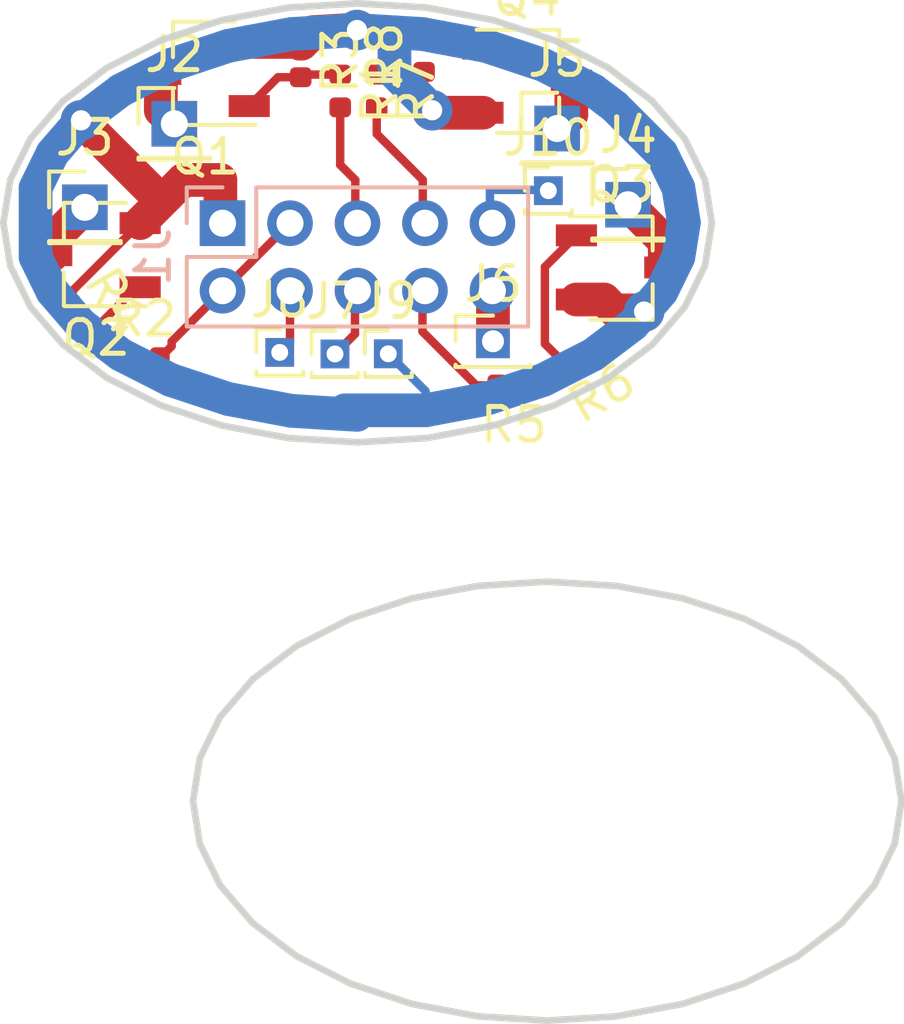
<source format=kicad_pcb>
(kicad_pcb (version 20171130) (host pcbnew 5.1.7-a382d34a88~90~ubuntu20.04.1)

  (general
    (thickness 1.6)
    (drawings 64)
    (tracks 134)
    (zones 0)
    (modules 22)
    (nets 18)
  )

  (page A4)
  (layers
    (0 F.Cu signal)
    (31 B.Cu signal)
    (32 B.Adhes user hide)
    (33 F.Adhes user hide)
    (34 B.Paste user hide)
    (35 F.Paste user hide)
    (36 B.SilkS user hide)
    (37 F.SilkS user hide)
    (38 B.Mask user hide)
    (39 F.Mask user hide)
    (40 Dwgs.User user hide)
    (41 Cmts.User user hide)
    (42 Eco1.User user hide)
    (43 Eco2.User user hide)
    (44 Edge.Cuts user)
    (45 Margin user hide)
    (46 B.CrtYd user hide)
    (47 F.CrtYd user hide)
    (48 B.Fab user hide)
    (49 F.Fab user hide)
  )

  (setup
    (last_trace_width 0.25)
    (user_trace_width 0.4)
    (user_trace_width 0.8)
    (user_trace_width 1)
    (user_trace_width 2)
    (trace_clearance 0.2)
    (zone_clearance 0.508)
    (zone_45_only no)
    (trace_min 0.2)
    (via_size 0.8)
    (via_drill 0.4)
    (via_min_size 0.4)
    (via_min_drill 0.3)
    (user_via 1 0.5)
    (user_via 1.2 0.6)
    (user_via 1.5 0.75)
    (uvia_size 0.3)
    (uvia_drill 0.1)
    (uvias_allowed no)
    (uvia_min_size 0.2)
    (uvia_min_drill 0.1)
    (edge_width 0.05)
    (segment_width 0.2)
    (pcb_text_width 0.3)
    (pcb_text_size 1.5 1.5)
    (mod_edge_width 0.12)
    (mod_text_size 1 1)
    (mod_text_width 0.15)
    (pad_size 1.524 1.524)
    (pad_drill 0.762)
    (pad_to_mask_clearance 0.05)
    (aux_axis_origin 0 0)
    (visible_elements FFFFFF7F)
    (pcbplotparams
      (layerselection 0x010fc_ffffffff)
      (usegerberextensions false)
      (usegerberattributes true)
      (usegerberadvancedattributes true)
      (creategerberjobfile true)
      (excludeedgelayer true)
      (linewidth 0.100000)
      (plotframeref false)
      (viasonmask false)
      (mode 1)
      (useauxorigin false)
      (hpglpennumber 1)
      (hpglpenspeed 20)
      (hpglpendiameter 15.000000)
      (psnegative false)
      (psa4output false)
      (plotreference true)
      (plotvalue true)
      (plotinvisibletext false)
      (padsonsilk false)
      (subtractmaskfromsilk false)
      (outputformat 1)
      (mirror false)
      (drillshape 1)
      (scaleselection 1)
      (outputdirectory ""))
  )

  (net 0 "")
  (net 1 GND)
  (net 2 "Net-(Q1-Pad1)")
  (net 3 "Net-(Q2-Pad1)")
  (net 4 "Net-(Q3-Pad1)")
  (net 5 "Net-(Q4-Pad1)")
  (net 6 /SDA)
  (net 7 /SCL)
  (net 8 +3V3)
  (net 9 "Net-(J1-Pad8)")
  (net 10 "Net-(J1-Pad7)")
  (net 11 "Net-(J1-Pad5)")
  (net 12 /+12V)
  (net 13 "Net-(J2-Pad1)")
  (net 14 "Net-(J3-Pad1)")
  (net 15 "Net-(J4-Pad1)")
  (net 16 "Net-(J5-Pad1)")
  (net 17 "Net-(J1-Pad2)")

  (net_class Default "This is the default net class."
    (clearance 0.2)
    (trace_width 0.25)
    (via_dia 0.8)
    (via_drill 0.4)
    (uvia_dia 0.3)
    (uvia_drill 0.1)
    (add_net +3V3)
    (add_net /+12V)
    (add_net /SCL)
    (add_net /SDA)
    (add_net GND)
    (add_net "Net-(J1-Pad2)")
    (add_net "Net-(J1-Pad5)")
    (add_net "Net-(J1-Pad7)")
    (add_net "Net-(J1-Pad8)")
    (add_net "Net-(J2-Pad1)")
    (add_net "Net-(J3-Pad1)")
    (add_net "Net-(J4-Pad1)")
    (add_net "Net-(J5-Pad1)")
    (add_net "Net-(Q1-Pad1)")
    (add_net "Net-(Q2-Pad1)")
    (add_net "Net-(Q3-Pad1)")
    (add_net "Net-(Q4-Pad1)")
  )

  (module Connector_PinHeader_1.27mm:PinHeader_1x01_P1.27mm_Vertical (layer F.Cu) (tedit 59FED6E3) (tstamp 60675D7F)
    (at 159.40532 110.6043)
    (descr "Through hole straight pin header, 1x01, 1.27mm pitch, single row")
    (tags "Through hole pin header THT 1x01 1.27mm single row")
    (path /60677AD6)
    (fp_text reference J6 (at 0 -1.695) (layer F.SilkS)
      (effects (font (size 1 1) (thickness 0.15)))
    )
    (fp_text value Conn_01x01 (at 0 1.695) (layer F.Fab)
      (effects (font (size 1 1) (thickness 0.15)))
    )
    (fp_text user %R (at 0 0 90) (layer F.Fab)
      (effects (font (size 1 1) (thickness 0.15)))
    )
    (fp_line (start -0.525 -0.635) (end 1.05 -0.635) (layer F.Fab) (width 0.1))
    (fp_line (start 1.05 -0.635) (end 1.05 0.635) (layer F.Fab) (width 0.1))
    (fp_line (start 1.05 0.635) (end -1.05 0.635) (layer F.Fab) (width 0.1))
    (fp_line (start -1.05 0.635) (end -1.05 -0.11) (layer F.Fab) (width 0.1))
    (fp_line (start -1.05 -0.11) (end -0.525 -0.635) (layer F.Fab) (width 0.1))
    (fp_line (start -1.11 0.76) (end 1.11 0.76) (layer F.SilkS) (width 0.12))
    (fp_line (start -1.11 0.76) (end -1.11 0.695) (layer F.SilkS) (width 0.12))
    (fp_line (start 1.11 0.76) (end 1.11 0.695) (layer F.SilkS) (width 0.12))
    (fp_line (start -1.11 0.76) (end -0.563471 0.76) (layer F.SilkS) (width 0.12))
    (fp_line (start 0.563471 0.76) (end 1.11 0.76) (layer F.SilkS) (width 0.12))
    (fp_line (start -1.11 0) (end -1.11 -0.76) (layer F.SilkS) (width 0.12))
    (fp_line (start -1.11 -0.76) (end 0 -0.76) (layer F.SilkS) (width 0.12))
    (fp_line (start -1.55 -1.15) (end -1.55 1.15) (layer F.CrtYd) (width 0.05))
    (fp_line (start -1.55 1.15) (end 1.55 1.15) (layer F.CrtYd) (width 0.05))
    (fp_line (start 1.55 1.15) (end 1.55 -1.15) (layer F.CrtYd) (width 0.05))
    (fp_line (start 1.55 -1.15) (end -1.55 -1.15) (layer F.CrtYd) (width 0.05))
    (pad 1 thru_hole rect (at 0 0) (size 1 1) (drill 0.65) (layers *.Cu *.Mask)
      (net 12 /+12V))
    (model ${KISYS3DMOD}/Connector_PinHeader_1.27mm.3dshapes/PinHeader_1x01_P1.27mm_Vertical.wrl
      (at (xyz 0 0 0))
      (scale (xyz 1 1 1))
      (rotate (xyz 0 0 0))
    )
  )

  (module Connector_PinHeader_2.00mm:PinHeader_2x05_P2.00mm_Vertical (layer B.Cu) (tedit 59FED667) (tstamp 6066E883)
    (at 151.38806 107.10672 270)
    (descr "Through hole straight pin header, 2x05, 2.00mm pitch, double rows")
    (tags "Through hole pin header THT 2x05 2.00mm double row")
    (path /60669BB9)
    (fp_text reference J1 (at 1 2.06 270) (layer B.SilkS)
      (effects (font (size 1 1) (thickness 0.15)) (justify mirror))
    )
    (fp_text value Conn_02x05_Counter_Clockwise (at 1 -10.06 270) (layer B.Fab)
      (effects (font (size 1 1) (thickness 0.15)) (justify mirror))
    )
    (fp_text user %R (at 1 -4) (layer B.Fab)
      (effects (font (size 1 1) (thickness 0.15)) (justify mirror))
    )
    (fp_line (start 0 1) (end 3 1) (layer B.Fab) (width 0.1))
    (fp_line (start 3 1) (end 3 -9) (layer B.Fab) (width 0.1))
    (fp_line (start 3 -9) (end -1 -9) (layer B.Fab) (width 0.1))
    (fp_line (start -1 -9) (end -1 0) (layer B.Fab) (width 0.1))
    (fp_line (start -1 0) (end 0 1) (layer B.Fab) (width 0.1))
    (fp_line (start -1.06 -9.06) (end 3.06 -9.06) (layer B.SilkS) (width 0.12))
    (fp_line (start -1.06 -1) (end -1.06 -9.06) (layer B.SilkS) (width 0.12))
    (fp_line (start 3.06 1.06) (end 3.06 -9.06) (layer B.SilkS) (width 0.12))
    (fp_line (start -1.06 -1) (end 1 -1) (layer B.SilkS) (width 0.12))
    (fp_line (start 1 -1) (end 1 1.06) (layer B.SilkS) (width 0.12))
    (fp_line (start 1 1.06) (end 3.06 1.06) (layer B.SilkS) (width 0.12))
    (fp_line (start -1.06 0) (end -1.06 1.06) (layer B.SilkS) (width 0.12))
    (fp_line (start -1.06 1.06) (end 0 1.06) (layer B.SilkS) (width 0.12))
    (fp_line (start -1.5 1.5) (end -1.5 -9.5) (layer B.CrtYd) (width 0.05))
    (fp_line (start -1.5 -9.5) (end 3.5 -9.5) (layer B.CrtYd) (width 0.05))
    (fp_line (start 3.5 -9.5) (end 3.5 1.5) (layer B.CrtYd) (width 0.05))
    (fp_line (start 3.5 1.5) (end -1.5 1.5) (layer B.CrtYd) (width 0.05))
    (pad 10 thru_hole oval (at 2 -8 270) (size 1.35 1.35) (drill 0.8) (layers *.Cu *.Mask)
      (net 12 /+12V))
    (pad 9 thru_hole oval (at 0 -8 270) (size 1.35 1.35) (drill 0.8) (layers *.Cu *.Mask)
      (net 8 +3V3))
    (pad 8 thru_hole oval (at 2 -6 270) (size 1.35 1.35) (drill 0.8) (layers *.Cu *.Mask)
      (net 9 "Net-(J1-Pad8)"))
    (pad 7 thru_hole oval (at 0 -6 270) (size 1.35 1.35) (drill 0.8) (layers *.Cu *.Mask)
      (net 10 "Net-(J1-Pad7)"))
    (pad 6 thru_hole oval (at 2 -4 270) (size 1.35 1.35) (drill 0.8) (layers *.Cu *.Mask)
      (net 7 /SCL))
    (pad 5 thru_hole oval (at 0 -4 270) (size 1.35 1.35) (drill 0.8) (layers *.Cu *.Mask)
      (net 11 "Net-(J1-Pad5)"))
    (pad 4 thru_hole oval (at 2 -2 270) (size 1.35 1.35) (drill 0.8) (layers *.Cu *.Mask)
      (net 6 /SDA))
    (pad 3 thru_hole oval (at 0 -2 270) (size 1.35 1.35) (drill 0.8) (layers *.Cu *.Mask)
      (net 17 "Net-(J1-Pad2)"))
    (pad 2 thru_hole oval (at 2 0 270) (size 1.35 1.35) (drill 0.8) (layers *.Cu *.Mask)
      (net 17 "Net-(J1-Pad2)"))
    (pad 1 thru_hole rect (at 0 0 270) (size 1.35 1.35) (drill 0.8) (layers *.Cu *.Mask)
      (net 1 GND))
    (model ${KISYS3DMOD}/Connector_PinHeader_2.00mm.3dshapes/PinHeader_2x05_P2.00mm_Vertical.wrl
      (at (xyz 0 0 0))
      (scale (xyz 1 1 1))
      (rotate (xyz 0 0 0))
    )
  )

  (module Connector_PinHeader_1.00mm:PinHeader_1x01_P1.00mm_Vertical (layer F.Cu) (tedit 59FED738) (tstamp 6067942C)
    (at 161.04616 106.14406)
    (descr "Through hole straight pin header, 1x01, 1.00mm pitch, single row")
    (tags "Through hole pin header THT 1x01 1.00mm single row")
    (path /606A2E97)
    (fp_text reference J10 (at 0 -1.56) (layer F.SilkS)
      (effects (font (size 1 1) (thickness 0.15)))
    )
    (fp_text value Conn_01x01 (at 0 1.56) (layer F.Fab)
      (effects (font (size 1 1) (thickness 0.15)))
    )
    (fp_line (start 1.15 -1) (end -1.15 -1) (layer F.CrtYd) (width 0.05))
    (fp_line (start 1.15 1) (end 1.15 -1) (layer F.CrtYd) (width 0.05))
    (fp_line (start -1.15 1) (end 1.15 1) (layer F.CrtYd) (width 0.05))
    (fp_line (start -1.15 -1) (end -1.15 1) (layer F.CrtYd) (width 0.05))
    (fp_line (start -0.695 -0.685) (end 0 -0.685) (layer F.SilkS) (width 0.12))
    (fp_line (start -0.695 0) (end -0.695 -0.685) (layer F.SilkS) (width 0.12))
    (fp_line (start 0.608276 0.685) (end 0.695 0.685) (layer F.SilkS) (width 0.12))
    (fp_line (start -0.695 0.685) (end -0.608276 0.685) (layer F.SilkS) (width 0.12))
    (fp_line (start 0.695 0.685) (end 0.695 0.56) (layer F.SilkS) (width 0.12))
    (fp_line (start -0.695 0.685) (end -0.695 0.56) (layer F.SilkS) (width 0.12))
    (fp_line (start -0.695 0.685) (end 0.695 0.685) (layer F.SilkS) (width 0.12))
    (fp_line (start -0.635 -0.1825) (end -0.3175 -0.5) (layer F.Fab) (width 0.1))
    (fp_line (start -0.635 0.5) (end -0.635 -0.1825) (layer F.Fab) (width 0.1))
    (fp_line (start 0.635 0.5) (end -0.635 0.5) (layer F.Fab) (width 0.1))
    (fp_line (start 0.635 -0.5) (end 0.635 0.5) (layer F.Fab) (width 0.1))
    (fp_line (start -0.3175 -0.5) (end 0.635 -0.5) (layer F.Fab) (width 0.1))
    (fp_text user %R (at 0 0 90) (layer F.Fab)
      (effects (font (size 0.76 0.76) (thickness 0.114)))
    )
    (pad 1 thru_hole rect (at 0 0) (size 0.85 0.85) (drill 0.5) (layers *.Cu *.Mask)
      (net 8 +3V3))
    (model ${KISYS3DMOD}/Connector_PinHeader_1.00mm.3dshapes/PinHeader_1x01_P1.00mm_Vertical.wrl
      (at (xyz 0 0 0))
      (scale (xyz 1 1 1))
      (rotate (xyz 0 0 0))
    )
  )

  (module Connector_PinHeader_1.00mm:PinHeader_1x01_P1.00mm_Vertical (layer F.Cu) (tedit 59FED738) (tstamp 60679416)
    (at 156.30144 110.97514)
    (descr "Through hole straight pin header, 1x01, 1.00mm pitch, single row")
    (tags "Through hole pin header THT 1x01 1.00mm single row")
    (path /606A39C0)
    (fp_text reference J9 (at 0 -1.56) (layer F.SilkS)
      (effects (font (size 1 1) (thickness 0.15)))
    )
    (fp_text value Conn_01x01 (at 0 1.56) (layer F.Fab)
      (effects (font (size 1 1) (thickness 0.15)))
    )
    (fp_line (start 1.15 -1) (end -1.15 -1) (layer F.CrtYd) (width 0.05))
    (fp_line (start 1.15 1) (end 1.15 -1) (layer F.CrtYd) (width 0.05))
    (fp_line (start -1.15 1) (end 1.15 1) (layer F.CrtYd) (width 0.05))
    (fp_line (start -1.15 -1) (end -1.15 1) (layer F.CrtYd) (width 0.05))
    (fp_line (start -0.695 -0.685) (end 0 -0.685) (layer F.SilkS) (width 0.12))
    (fp_line (start -0.695 0) (end -0.695 -0.685) (layer F.SilkS) (width 0.12))
    (fp_line (start 0.608276 0.685) (end 0.695 0.685) (layer F.SilkS) (width 0.12))
    (fp_line (start -0.695 0.685) (end -0.608276 0.685) (layer F.SilkS) (width 0.12))
    (fp_line (start 0.695 0.685) (end 0.695 0.56) (layer F.SilkS) (width 0.12))
    (fp_line (start -0.695 0.685) (end -0.695 0.56) (layer F.SilkS) (width 0.12))
    (fp_line (start -0.695 0.685) (end 0.695 0.685) (layer F.SilkS) (width 0.12))
    (fp_line (start -0.635 -0.1825) (end -0.3175 -0.5) (layer F.Fab) (width 0.1))
    (fp_line (start -0.635 0.5) (end -0.635 -0.1825) (layer F.Fab) (width 0.1))
    (fp_line (start 0.635 0.5) (end -0.635 0.5) (layer F.Fab) (width 0.1))
    (fp_line (start 0.635 -0.5) (end 0.635 0.5) (layer F.Fab) (width 0.1))
    (fp_line (start -0.3175 -0.5) (end 0.635 -0.5) (layer F.Fab) (width 0.1))
    (fp_text user %R (at 0 0 90) (layer F.Fab)
      (effects (font (size 0.76 0.76) (thickness 0.114)))
    )
    (pad 1 thru_hole rect (at 0 0) (size 0.85 0.85) (drill 0.5) (layers *.Cu *.Mask)
      (net 1 GND))
    (model ${KISYS3DMOD}/Connector_PinHeader_1.00mm.3dshapes/PinHeader_1x01_P1.00mm_Vertical.wrl
      (at (xyz 0 0 0))
      (scale (xyz 1 1 1))
      (rotate (xyz 0 0 0))
    )
  )

  (module Connector_PinHeader_1.00mm:PinHeader_1x01_P1.00mm_Vertical (layer F.Cu) (tedit 59FED738) (tstamp 60679400)
    (at 153.08326 110.9345)
    (descr "Through hole straight pin header, 1x01, 1.00mm pitch, single row")
    (tags "Through hole pin header THT 1x01 1.00mm single row")
    (path /606A3297)
    (fp_text reference J8 (at 0 -1.56) (layer F.SilkS)
      (effects (font (size 1 1) (thickness 0.15)))
    )
    (fp_text value Conn_01x01 (at 0 1.56) (layer F.Fab)
      (effects (font (size 1 1) (thickness 0.15)))
    )
    (fp_line (start 1.15 -1) (end -1.15 -1) (layer F.CrtYd) (width 0.05))
    (fp_line (start 1.15 1) (end 1.15 -1) (layer F.CrtYd) (width 0.05))
    (fp_line (start -1.15 1) (end 1.15 1) (layer F.CrtYd) (width 0.05))
    (fp_line (start -1.15 -1) (end -1.15 1) (layer F.CrtYd) (width 0.05))
    (fp_line (start -0.695 -0.685) (end 0 -0.685) (layer F.SilkS) (width 0.12))
    (fp_line (start -0.695 0) (end -0.695 -0.685) (layer F.SilkS) (width 0.12))
    (fp_line (start 0.608276 0.685) (end 0.695 0.685) (layer F.SilkS) (width 0.12))
    (fp_line (start -0.695 0.685) (end -0.608276 0.685) (layer F.SilkS) (width 0.12))
    (fp_line (start 0.695 0.685) (end 0.695 0.56) (layer F.SilkS) (width 0.12))
    (fp_line (start -0.695 0.685) (end -0.695 0.56) (layer F.SilkS) (width 0.12))
    (fp_line (start -0.695 0.685) (end 0.695 0.685) (layer F.SilkS) (width 0.12))
    (fp_line (start -0.635 -0.1825) (end -0.3175 -0.5) (layer F.Fab) (width 0.1))
    (fp_line (start -0.635 0.5) (end -0.635 -0.1825) (layer F.Fab) (width 0.1))
    (fp_line (start 0.635 0.5) (end -0.635 0.5) (layer F.Fab) (width 0.1))
    (fp_line (start 0.635 -0.5) (end 0.635 0.5) (layer F.Fab) (width 0.1))
    (fp_line (start -0.3175 -0.5) (end 0.635 -0.5) (layer F.Fab) (width 0.1))
    (fp_text user %R (at 0 0 90) (layer F.Fab)
      (effects (font (size 0.76 0.76) (thickness 0.114)))
    )
    (pad 1 thru_hole rect (at 0 0) (size 0.85 0.85) (drill 0.5) (layers *.Cu *.Mask)
      (net 6 /SDA))
    (model ${KISYS3DMOD}/Connector_PinHeader_1.00mm.3dshapes/PinHeader_1x01_P1.00mm_Vertical.wrl
      (at (xyz 0 0 0))
      (scale (xyz 1 1 1))
      (rotate (xyz 0 0 0))
    )
  )

  (module Connector_PinHeader_1.00mm:PinHeader_1x01_P1.00mm_Vertical (layer F.Cu) (tedit 59FED738) (tstamp 606793EA)
    (at 154.72156 110.98022)
    (descr "Through hole straight pin header, 1x01, 1.00mm pitch, single row")
    (tags "Through hole pin header THT 1x01 1.00mm single row")
    (path /606A3657)
    (fp_text reference J7 (at 0 -1.56) (layer F.SilkS)
      (effects (font (size 1 1) (thickness 0.15)))
    )
    (fp_text value Conn_01x01 (at 0 1.56) (layer F.Fab)
      (effects (font (size 1 1) (thickness 0.15)))
    )
    (fp_line (start 1.15 -1) (end -1.15 -1) (layer F.CrtYd) (width 0.05))
    (fp_line (start 1.15 1) (end 1.15 -1) (layer F.CrtYd) (width 0.05))
    (fp_line (start -1.15 1) (end 1.15 1) (layer F.CrtYd) (width 0.05))
    (fp_line (start -1.15 -1) (end -1.15 1) (layer F.CrtYd) (width 0.05))
    (fp_line (start -0.695 -0.685) (end 0 -0.685) (layer F.SilkS) (width 0.12))
    (fp_line (start -0.695 0) (end -0.695 -0.685) (layer F.SilkS) (width 0.12))
    (fp_line (start 0.608276 0.685) (end 0.695 0.685) (layer F.SilkS) (width 0.12))
    (fp_line (start -0.695 0.685) (end -0.608276 0.685) (layer F.SilkS) (width 0.12))
    (fp_line (start 0.695 0.685) (end 0.695 0.56) (layer F.SilkS) (width 0.12))
    (fp_line (start -0.695 0.685) (end -0.695 0.56) (layer F.SilkS) (width 0.12))
    (fp_line (start -0.695 0.685) (end 0.695 0.685) (layer F.SilkS) (width 0.12))
    (fp_line (start -0.635 -0.1825) (end -0.3175 -0.5) (layer F.Fab) (width 0.1))
    (fp_line (start -0.635 0.5) (end -0.635 -0.1825) (layer F.Fab) (width 0.1))
    (fp_line (start 0.635 0.5) (end -0.635 0.5) (layer F.Fab) (width 0.1))
    (fp_line (start 0.635 -0.5) (end 0.635 0.5) (layer F.Fab) (width 0.1))
    (fp_line (start -0.3175 -0.5) (end 0.635 -0.5) (layer F.Fab) (width 0.1))
    (fp_text user %R (at 0 0 90) (layer F.Fab)
      (effects (font (size 0.76 0.76) (thickness 0.114)))
    )
    (pad 1 thru_hole rect (at 0 0) (size 0.85 0.85) (drill 0.5) (layers *.Cu *.Mask)
      (net 7 /SCL))
    (model ${KISYS3DMOD}/Connector_PinHeader_1.00mm.3dshapes/PinHeader_1x01_P1.00mm_Vertical.wrl
      (at (xyz 0 0 0))
      (scale (xyz 1 1 1))
      (rotate (xyz 0 0 0))
    )
  )

  (module Connector_PinHeader_2.00mm:PinHeader_1x01_P2.00mm_Vertical (layer F.Cu) (tedit 59FED667) (tstamp 60675D6A)
    (at 161.30778 104.30256)
    (descr "Through hole straight pin header, 1x01, 2.00mm pitch, single row")
    (tags "Through hole pin header THT 1x01 2.00mm single row")
    (path /60678DD4)
    (fp_text reference J5 (at 0 -2.06) (layer F.SilkS)
      (effects (font (size 1 1) (thickness 0.15)))
    )
    (fp_text value Conn_01x01 (at 0 2.06) (layer F.Fab)
      (effects (font (size 1 1) (thickness 0.15)))
    )
    (fp_line (start 1.5 -1.5) (end -1.5 -1.5) (layer F.CrtYd) (width 0.05))
    (fp_line (start 1.5 1.5) (end 1.5 -1.5) (layer F.CrtYd) (width 0.05))
    (fp_line (start -1.5 1.5) (end 1.5 1.5) (layer F.CrtYd) (width 0.05))
    (fp_line (start -1.5 -1.5) (end -1.5 1.5) (layer F.CrtYd) (width 0.05))
    (fp_line (start -1.06 -1.06) (end 0 -1.06) (layer F.SilkS) (width 0.12))
    (fp_line (start -1.06 0) (end -1.06 -1.06) (layer F.SilkS) (width 0.12))
    (fp_line (start -1.06 1) (end 1.06 1) (layer F.SilkS) (width 0.12))
    (fp_line (start 1.06 1) (end 1.06 1.06) (layer F.SilkS) (width 0.12))
    (fp_line (start -1.06 1) (end -1.06 1.06) (layer F.SilkS) (width 0.12))
    (fp_line (start -1.06 1.06) (end 1.06 1.06) (layer F.SilkS) (width 0.12))
    (fp_line (start -1 -0.5) (end -0.5 -1) (layer F.Fab) (width 0.1))
    (fp_line (start -1 1) (end -1 -0.5) (layer F.Fab) (width 0.1))
    (fp_line (start 1 1) (end -1 1) (layer F.Fab) (width 0.1))
    (fp_line (start 1 -1) (end 1 1) (layer F.Fab) (width 0.1))
    (fp_line (start -0.5 -1) (end 1 -1) (layer F.Fab) (width 0.1))
    (fp_text user %R (at 0 0 90) (layer F.Fab)
      (effects (font (size 1 1) (thickness 0.15)))
    )
    (pad 1 thru_hole rect (at 0 0) (size 1.35 1.35) (drill 0.8) (layers *.Cu *.Mask)
      (net 16 "Net-(J5-Pad1)"))
    (model ${KISYS3DMOD}/Connector_PinHeader_2.00mm.3dshapes/PinHeader_1x01_P2.00mm_Vertical.wrl
      (at (xyz 0 0 0))
      (scale (xyz 1 1 1))
      (rotate (xyz 0 0 0))
    )
  )

  (module Connector_PinHeader_2.00mm:PinHeader_1x01_P2.00mm_Vertical (layer F.Cu) (tedit 59FED667) (tstamp 60675D55)
    (at 163.40582 106.56062)
    (descr "Through hole straight pin header, 1x01, 2.00mm pitch, single row")
    (tags "Through hole pin header THT 1x01 2.00mm single row")
    (path /60677ECD)
    (fp_text reference J4 (at 0 -2.06) (layer F.SilkS)
      (effects (font (size 1 1) (thickness 0.15)))
    )
    (fp_text value Conn_01x01 (at 0 2.06) (layer F.Fab)
      (effects (font (size 1 1) (thickness 0.15)))
    )
    (fp_line (start 1.5 -1.5) (end -1.5 -1.5) (layer F.CrtYd) (width 0.05))
    (fp_line (start 1.5 1.5) (end 1.5 -1.5) (layer F.CrtYd) (width 0.05))
    (fp_line (start -1.5 1.5) (end 1.5 1.5) (layer F.CrtYd) (width 0.05))
    (fp_line (start -1.5 -1.5) (end -1.5 1.5) (layer F.CrtYd) (width 0.05))
    (fp_line (start -1.06 -1.06) (end 0 -1.06) (layer F.SilkS) (width 0.12))
    (fp_line (start -1.06 0) (end -1.06 -1.06) (layer F.SilkS) (width 0.12))
    (fp_line (start -1.06 1) (end 1.06 1) (layer F.SilkS) (width 0.12))
    (fp_line (start 1.06 1) (end 1.06 1.06) (layer F.SilkS) (width 0.12))
    (fp_line (start -1.06 1) (end -1.06 1.06) (layer F.SilkS) (width 0.12))
    (fp_line (start -1.06 1.06) (end 1.06 1.06) (layer F.SilkS) (width 0.12))
    (fp_line (start -1 -0.5) (end -0.5 -1) (layer F.Fab) (width 0.1))
    (fp_line (start -1 1) (end -1 -0.5) (layer F.Fab) (width 0.1))
    (fp_line (start 1 1) (end -1 1) (layer F.Fab) (width 0.1))
    (fp_line (start 1 -1) (end 1 1) (layer F.Fab) (width 0.1))
    (fp_line (start -0.5 -1) (end 1 -1) (layer F.Fab) (width 0.1))
    (fp_text user %R (at 0 0 90) (layer F.Fab)
      (effects (font (size 1 1) (thickness 0.15)))
    )
    (pad 1 thru_hole rect (at 0 0) (size 1.35 1.35) (drill 0.8) (layers *.Cu *.Mask)
      (net 15 "Net-(J4-Pad1)"))
    (model ${KISYS3DMOD}/Connector_PinHeader_2.00mm.3dshapes/PinHeader_1x01_P2.00mm_Vertical.wrl
      (at (xyz 0 0 0))
      (scale (xyz 1 1 1))
      (rotate (xyz 0 0 0))
    )
  )

  (module Connector_PinHeader_2.00mm:PinHeader_1x01_P2.00mm_Vertical (layer F.Cu) (tedit 59FED667) (tstamp 60675D40)
    (at 147.3073 106.63682)
    (descr "Through hole straight pin header, 1x01, 2.00mm pitch, single row")
    (tags "Through hole pin header THT 1x01 2.00mm single row")
    (path /606791C9)
    (fp_text reference J3 (at 0 -2.06) (layer F.SilkS)
      (effects (font (size 1 1) (thickness 0.15)))
    )
    (fp_text value Conn_01x01 (at 0 2.06) (layer F.Fab)
      (effects (font (size 1 1) (thickness 0.15)))
    )
    (fp_line (start 1.5 -1.5) (end -1.5 -1.5) (layer F.CrtYd) (width 0.05))
    (fp_line (start 1.5 1.5) (end 1.5 -1.5) (layer F.CrtYd) (width 0.05))
    (fp_line (start -1.5 1.5) (end 1.5 1.5) (layer F.CrtYd) (width 0.05))
    (fp_line (start -1.5 -1.5) (end -1.5 1.5) (layer F.CrtYd) (width 0.05))
    (fp_line (start -1.06 -1.06) (end 0 -1.06) (layer F.SilkS) (width 0.12))
    (fp_line (start -1.06 0) (end -1.06 -1.06) (layer F.SilkS) (width 0.12))
    (fp_line (start -1.06 1) (end 1.06 1) (layer F.SilkS) (width 0.12))
    (fp_line (start 1.06 1) (end 1.06 1.06) (layer F.SilkS) (width 0.12))
    (fp_line (start -1.06 1) (end -1.06 1.06) (layer F.SilkS) (width 0.12))
    (fp_line (start -1.06 1.06) (end 1.06 1.06) (layer F.SilkS) (width 0.12))
    (fp_line (start -1 -0.5) (end -0.5 -1) (layer F.Fab) (width 0.1))
    (fp_line (start -1 1) (end -1 -0.5) (layer F.Fab) (width 0.1))
    (fp_line (start 1 1) (end -1 1) (layer F.Fab) (width 0.1))
    (fp_line (start 1 -1) (end 1 1) (layer F.Fab) (width 0.1))
    (fp_line (start -0.5 -1) (end 1 -1) (layer F.Fab) (width 0.1))
    (fp_text user %R (at 0 0 90) (layer F.Fab)
      (effects (font (size 1 1) (thickness 0.15)))
    )
    (pad 1 thru_hole rect (at 0 0) (size 1.35 1.35) (drill 0.8) (layers *.Cu *.Mask)
      (net 14 "Net-(J3-Pad1)"))
    (model ${KISYS3DMOD}/Connector_PinHeader_2.00mm.3dshapes/PinHeader_1x01_P2.00mm_Vertical.wrl
      (at (xyz 0 0 0))
      (scale (xyz 1 1 1))
      (rotate (xyz 0 0 0))
    )
  )

  (module Connector_PinHeader_2.00mm:PinHeader_1x01_P2.00mm_Vertical (layer F.Cu) (tedit 59FED667) (tstamp 60675D2B)
    (at 149.95906 104.16286)
    (descr "Through hole straight pin header, 1x01, 2.00mm pitch, single row")
    (tags "Through hole pin header THT 1x01 2.00mm single row")
    (path /6067975F)
    (fp_text reference J2 (at 0 -2.06) (layer F.SilkS)
      (effects (font (size 1 1) (thickness 0.15)))
    )
    (fp_text value Conn_01x01 (at 0 2.06) (layer F.Fab)
      (effects (font (size 1 1) (thickness 0.15)))
    )
    (fp_line (start 1.5 -1.5) (end -1.5 -1.5) (layer F.CrtYd) (width 0.05))
    (fp_line (start 1.5 1.5) (end 1.5 -1.5) (layer F.CrtYd) (width 0.05))
    (fp_line (start -1.5 1.5) (end 1.5 1.5) (layer F.CrtYd) (width 0.05))
    (fp_line (start -1.5 -1.5) (end -1.5 1.5) (layer F.CrtYd) (width 0.05))
    (fp_line (start -1.06 -1.06) (end 0 -1.06) (layer F.SilkS) (width 0.12))
    (fp_line (start -1.06 0) (end -1.06 -1.06) (layer F.SilkS) (width 0.12))
    (fp_line (start -1.06 1) (end 1.06 1) (layer F.SilkS) (width 0.12))
    (fp_line (start 1.06 1) (end 1.06 1.06) (layer F.SilkS) (width 0.12))
    (fp_line (start -1.06 1) (end -1.06 1.06) (layer F.SilkS) (width 0.12))
    (fp_line (start -1.06 1.06) (end 1.06 1.06) (layer F.SilkS) (width 0.12))
    (fp_line (start -1 -0.5) (end -0.5 -1) (layer F.Fab) (width 0.1))
    (fp_line (start -1 1) (end -1 -0.5) (layer F.Fab) (width 0.1))
    (fp_line (start 1 1) (end -1 1) (layer F.Fab) (width 0.1))
    (fp_line (start 1 -1) (end 1 1) (layer F.Fab) (width 0.1))
    (fp_line (start -0.5 -1) (end 1 -1) (layer F.Fab) (width 0.1))
    (fp_text user %R (at 0 0 90) (layer F.Fab)
      (effects (font (size 1 1) (thickness 0.15)))
    )
    (pad 1 thru_hole rect (at 0 0) (size 1.35 1.35) (drill 0.8) (layers *.Cu *.Mask)
      (net 13 "Net-(J2-Pad1)"))
    (model ${KISYS3DMOD}/Connector_PinHeader_2.00mm.3dshapes/PinHeader_1x01_P2.00mm_Vertical.wrl
      (at (xyz 0 0 0))
      (scale (xyz 1 1 1))
      (rotate (xyz 0 0 0))
    )
  )

  (module Resistor_SMD:R_0402_1005Metric (layer F.Cu) (tedit 5B301BBD) (tstamp 5FADF5E0)
    (at 154.8765 103.19018 270)
    (descr "Resistor SMD 0402 (1005 Metric), square (rectangular) end terminal, IPC_7351 nominal, (Body size source: http://www.tortai-tech.com/upload/download/2011102023233369053.pdf), generated with kicad-footprint-generator")
    (tags resistor)
    (path /5FB030E1)
    (attr smd)
    (fp_text reference R1 (at 0 -1.17 90) (layer F.SilkS)
      (effects (font (size 1 1) (thickness 0.15)))
    )
    (fp_text value 1k (at 0 1.17 90) (layer F.Fab)
      (effects (font (size 1 1) (thickness 0.15)))
    )
    (fp_line (start 0.93 0.47) (end -0.93 0.47) (layer F.CrtYd) (width 0.05))
    (fp_line (start 0.93 -0.47) (end 0.93 0.47) (layer F.CrtYd) (width 0.05))
    (fp_line (start -0.93 -0.47) (end 0.93 -0.47) (layer F.CrtYd) (width 0.05))
    (fp_line (start -0.93 0.47) (end -0.93 -0.47) (layer F.CrtYd) (width 0.05))
    (fp_line (start 0.5 0.25) (end -0.5 0.25) (layer F.Fab) (width 0.1))
    (fp_line (start 0.5 -0.25) (end 0.5 0.25) (layer F.Fab) (width 0.1))
    (fp_line (start -0.5 -0.25) (end 0.5 -0.25) (layer F.Fab) (width 0.1))
    (fp_line (start -0.5 0.25) (end -0.5 -0.25) (layer F.Fab) (width 0.1))
    (fp_text user %R (at 0 0 90) (layer F.Fab)
      (effects (font (size 0.25 0.25) (thickness 0.04)))
    )
    (pad 2 smd roundrect (at 0.485 0 270) (size 0.59 0.64) (layers F.Cu F.Paste F.Mask) (roundrect_rratio 0.25)
      (net 11 "Net-(J1-Pad5)"))
    (pad 1 smd roundrect (at -0.485 0 270) (size 0.59 0.64) (layers F.Cu F.Paste F.Mask) (roundrect_rratio 0.25)
      (net 2 "Net-(Q1-Pad1)"))
    (model ${KISYS3DMOD}/Resistor_SMD.3dshapes/R_0402_1005Metric.wrl
      (at (xyz 0 0 0))
      (scale (xyz 1 1 1))
      (rotate (xyz 0 0 0))
    )
  )

  (module Resistor_SMD:R_0402_1005Metric (layer F.Cu) (tedit 5B301BBD) (tstamp 5FADF61C)
    (at 160.01986 111.90986 180)
    (descr "Resistor SMD 0402 (1005 Metric), square (rectangular) end terminal, IPC_7351 nominal, (Body size source: http://www.tortai-tech.com/upload/download/2011102023233369053.pdf), generated with kicad-footprint-generator")
    (tags resistor)
    (path /5FAE0608)
    (attr smd)
    (fp_text reference R5 (at 0 -1.17) (layer F.SilkS)
      (effects (font (size 1 1) (thickness 0.15)))
    )
    (fp_text value 1k (at 0 1.17) (layer F.Fab)
      (effects (font (size 1 1) (thickness 0.15)))
    )
    (fp_line (start 0.93 0.47) (end -0.93 0.47) (layer F.CrtYd) (width 0.05))
    (fp_line (start 0.93 -0.47) (end 0.93 0.47) (layer F.CrtYd) (width 0.05))
    (fp_line (start -0.93 -0.47) (end 0.93 -0.47) (layer F.CrtYd) (width 0.05))
    (fp_line (start -0.93 0.47) (end -0.93 -0.47) (layer F.CrtYd) (width 0.05))
    (fp_line (start 0.5 0.25) (end -0.5 0.25) (layer F.Fab) (width 0.1))
    (fp_line (start 0.5 -0.25) (end 0.5 0.25) (layer F.Fab) (width 0.1))
    (fp_line (start -0.5 -0.25) (end 0.5 -0.25) (layer F.Fab) (width 0.1))
    (fp_line (start -0.5 0.25) (end -0.5 -0.25) (layer F.Fab) (width 0.1))
    (fp_text user %R (at 0 0) (layer F.Fab)
      (effects (font (size 0.25 0.25) (thickness 0.04)))
    )
    (pad 2 smd roundrect (at 0.485 0 180) (size 0.59 0.64) (layers F.Cu F.Paste F.Mask) (roundrect_rratio 0.25)
      (net 9 "Net-(J1-Pad8)"))
    (pad 1 smd roundrect (at -0.485 0 180) (size 0.59 0.64) (layers F.Cu F.Paste F.Mask) (roundrect_rratio 0.25)
      (net 4 "Net-(Q3-Pad1)"))
    (model ${KISYS3DMOD}/Resistor_SMD.3dshapes/R_0402_1005Metric.wrl
      (at (xyz 0 0 0))
      (scale (xyz 1 1 1))
      (rotate (xyz 0 0 0))
    )
  )

  (module Resistor_SMD:R_0402_1005Metric (layer F.Cu) (tedit 5B301BBD) (tstamp 5FADF5FE)
    (at 153.70556 102.29864 270)
    (descr "Resistor SMD 0402 (1005 Metric), square (rectangular) end terminal, IPC_7351 nominal, (Body size source: http://www.tortai-tech.com/upload/download/2011102023233369053.pdf), generated with kicad-footprint-generator")
    (tags resistor)
    (path /5FB030ED)
    (attr smd)
    (fp_text reference R3 (at 0 -1.17 90) (layer F.SilkS)
      (effects (font (size 1 1) (thickness 0.15)))
    )
    (fp_text value 10k (at 0 1.17 90) (layer F.Fab)
      (effects (font (size 1 1) (thickness 0.15)))
    )
    (fp_line (start 0.93 0.47) (end -0.93 0.47) (layer F.CrtYd) (width 0.05))
    (fp_line (start 0.93 -0.47) (end 0.93 0.47) (layer F.CrtYd) (width 0.05))
    (fp_line (start -0.93 -0.47) (end 0.93 -0.47) (layer F.CrtYd) (width 0.05))
    (fp_line (start -0.93 0.47) (end -0.93 -0.47) (layer F.CrtYd) (width 0.05))
    (fp_line (start 0.5 0.25) (end -0.5 0.25) (layer F.Fab) (width 0.1))
    (fp_line (start 0.5 -0.25) (end 0.5 0.25) (layer F.Fab) (width 0.1))
    (fp_line (start -0.5 -0.25) (end 0.5 -0.25) (layer F.Fab) (width 0.1))
    (fp_line (start -0.5 0.25) (end -0.5 -0.25) (layer F.Fab) (width 0.1))
    (fp_text user %R (at 0 0 90) (layer F.Fab)
      (effects (font (size 0.25 0.25) (thickness 0.04)))
    )
    (pad 2 smd roundrect (at 0.485 0 270) (size 0.59 0.64) (layers F.Cu F.Paste F.Mask) (roundrect_rratio 0.25)
      (net 2 "Net-(Q1-Pad1)"))
    (pad 1 smd roundrect (at -0.485 0 270) (size 0.59 0.64) (layers F.Cu F.Paste F.Mask) (roundrect_rratio 0.25)
      (net 1 GND))
    (model ${KISYS3DMOD}/Resistor_SMD.3dshapes/R_0402_1005Metric.wrl
      (at (xyz 0 0 0))
      (scale (xyz 1 1 1))
      (rotate (xyz 0 0 0))
    )
  )

  (module Package_TO_SOT_SMD:TSOT-23 (layer F.Cu) (tedit 5A02FF57) (tstamp 5FADF592)
    (at 150.86902 102.68716 180)
    (descr "3-pin TSOT23 package, http://www.analog.com.tw/pdf/All_In_One.pdf")
    (tags TSOT-23)
    (path /5FB030E7)
    (attr smd)
    (fp_text reference Q1 (at 0 -2.45) (layer F.SilkS)
      (effects (font (size 1 1) (thickness 0.15)))
    )
    (fp_text value Q_NMOS_GSD (at 0 2.5) (layer F.Fab)
      (effects (font (size 1 1) (thickness 0.15)))
    )
    (fp_line (start 2.17 1.7) (end -2.17 1.7) (layer F.CrtYd) (width 0.05))
    (fp_line (start 2.17 1.7) (end 2.17 -1.7) (layer F.CrtYd) (width 0.05))
    (fp_line (start -2.17 -1.7) (end -2.17 1.7) (layer F.CrtYd) (width 0.05))
    (fp_line (start -2.17 -1.7) (end 2.17 -1.7) (layer F.CrtYd) (width 0.05))
    (fp_line (start 0.88 -1.45) (end 0.88 1.45) (layer F.Fab) (width 0.1))
    (fp_line (start 0.88 1.45) (end -0.88 1.45) (layer F.Fab) (width 0.1))
    (fp_line (start -0.88 -1) (end -0.88 1.45) (layer F.Fab) (width 0.1))
    (fp_line (start 0.88 -1.45) (end -0.43 -1.45) (layer F.Fab) (width 0.1))
    (fp_line (start -0.88 -1) (end -0.43 -1.45) (layer F.Fab) (width 0.1))
    (fp_line (start 0.93 -1.51) (end -1.5 -1.51) (layer F.SilkS) (width 0.12))
    (fp_line (start 0.95 -1.5) (end 0.95 -0.5) (layer F.SilkS) (width 0.12))
    (fp_line (start 0.95 1.55) (end -0.9 1.55) (layer F.SilkS) (width 0.12))
    (fp_line (start 0.95 0.5) (end 0.95 1.55) (layer F.SilkS) (width 0.12))
    (fp_text user %R (at 0 0 90) (layer F.Fab)
      (effects (font (size 0.5 0.5) (thickness 0.075)))
    )
    (pad 3 smd rect (at 1.31 0 180) (size 1.22 0.65) (layers F.Cu F.Paste F.Mask)
      (net 13 "Net-(J2-Pad1)"))
    (pad 2 smd rect (at -1.31 0.95 180) (size 1.22 0.65) (layers F.Cu F.Paste F.Mask)
      (net 1 GND))
    (pad 1 smd rect (at -1.31 -0.95 180) (size 1.22 0.65) (layers F.Cu F.Paste F.Mask)
      (net 2 "Net-(Q1-Pad1)"))
    (model ${KISYS3DMOD}/Package_TO_SOT_SMD.3dshapes/TSOT-23.wrl
      (at (xyz 0 0 0))
      (scale (xyz 1 1 1))
      (rotate (xyz 0 0 0))
    )
  )

  (module Package_TO_SOT_SMD:TSOT-23 (layer F.Cu) (tedit 5A02FF57) (tstamp 5FADF5D1)
    (at 160.41814 102.8852)
    (descr "3-pin TSOT23 package, http://www.analog.com.tw/pdf/All_In_One.pdf")
    (tags TSOT-23)
    (path /5FB020B1)
    (attr smd)
    (fp_text reference Q4 (at 0 -2.45) (layer F.SilkS)
      (effects (font (size 1 1) (thickness 0.15)))
    )
    (fp_text value Q_NMOS_GSD (at 0 2.5) (layer F.Fab)
      (effects (font (size 1 1) (thickness 0.15)))
    )
    (fp_line (start 2.17 1.7) (end -2.17 1.7) (layer F.CrtYd) (width 0.05))
    (fp_line (start 2.17 1.7) (end 2.17 -1.7) (layer F.CrtYd) (width 0.05))
    (fp_line (start -2.17 -1.7) (end -2.17 1.7) (layer F.CrtYd) (width 0.05))
    (fp_line (start -2.17 -1.7) (end 2.17 -1.7) (layer F.CrtYd) (width 0.05))
    (fp_line (start 0.88 -1.45) (end 0.88 1.45) (layer F.Fab) (width 0.1))
    (fp_line (start 0.88 1.45) (end -0.88 1.45) (layer F.Fab) (width 0.1))
    (fp_line (start -0.88 -1) (end -0.88 1.45) (layer F.Fab) (width 0.1))
    (fp_line (start 0.88 -1.45) (end -0.43 -1.45) (layer F.Fab) (width 0.1))
    (fp_line (start -0.88 -1) (end -0.43 -1.45) (layer F.Fab) (width 0.1))
    (fp_line (start 0.93 -1.51) (end -1.5 -1.51) (layer F.SilkS) (width 0.12))
    (fp_line (start 0.95 -1.5) (end 0.95 -0.5) (layer F.SilkS) (width 0.12))
    (fp_line (start 0.95 1.55) (end -0.9 1.55) (layer F.SilkS) (width 0.12))
    (fp_line (start 0.95 0.5) (end 0.95 1.55) (layer F.SilkS) (width 0.12))
    (fp_text user %R (at -0.3914 -0.3706 90) (layer F.Fab)
      (effects (font (size 0.5 0.5) (thickness 0.075)))
    )
    (pad 3 smd rect (at 1.31 0) (size 1.22 0.65) (layers F.Cu F.Paste F.Mask)
      (net 16 "Net-(J5-Pad1)"))
    (pad 2 smd rect (at -1.31 0.95) (size 1.22 0.65) (layers F.Cu F.Paste F.Mask)
      (net 1 GND))
    (pad 1 smd rect (at -1.31 -0.95) (size 1.22 0.65) (layers F.Cu F.Paste F.Mask)
      (net 5 "Net-(Q4-Pad1)"))
    (model ${KISYS3DMOD}/Package_TO_SOT_SMD.3dshapes/TSOT-23.wrl
      (at (xyz 0 0 0))
      (scale (xyz 1 1 1))
      (rotate (xyz 0 0 0))
    )
  )

  (module Resistor_SMD:R_0402_1005Metric (layer F.Cu) (tedit 5B301BBD) (tstamp 5FADF60D)
    (at 147.19046 109.9947 300)
    (descr "Resistor SMD 0402 (1005 Metric), square (rectangular) end terminal, IPC_7351 nominal, (Body size source: http://www.tortai-tech.com/upload/download/2011102023233369053.pdf), generated with kicad-footprint-generator")
    (tags resistor)
    (path /5FB040C9)
    (attr smd)
    (fp_text reference R4 (at 0 -1.17 120) (layer F.SilkS)
      (effects (font (size 1 1) (thickness 0.15)))
    )
    (fp_text value 10k (at 0 1.17 120) (layer F.Fab)
      (effects (font (size 1 1) (thickness 0.15)))
    )
    (fp_line (start 0.93 0.47) (end -0.93 0.47) (layer F.CrtYd) (width 0.05))
    (fp_line (start 0.93 -0.47) (end 0.93 0.47) (layer F.CrtYd) (width 0.05))
    (fp_line (start -0.93 -0.47) (end 0.93 -0.47) (layer F.CrtYd) (width 0.05))
    (fp_line (start -0.93 0.47) (end -0.93 -0.47) (layer F.CrtYd) (width 0.05))
    (fp_line (start 0.5 0.25) (end -0.5 0.25) (layer F.Fab) (width 0.1))
    (fp_line (start 0.5 -0.25) (end 0.5 0.25) (layer F.Fab) (width 0.1))
    (fp_line (start -0.5 -0.25) (end 0.5 -0.25) (layer F.Fab) (width 0.1))
    (fp_line (start -0.5 0.25) (end -0.5 -0.25) (layer F.Fab) (width 0.1))
    (fp_text user %R (at 0 0 120) (layer F.Fab)
      (effects (font (size 0.25 0.25) (thickness 0.04)))
    )
    (pad 2 smd roundrect (at 0.485 0 300) (size 0.59 0.64) (layers F.Cu F.Paste F.Mask) (roundrect_rratio 0.25)
      (net 3 "Net-(Q2-Pad1)"))
    (pad 1 smd roundrect (at -0.485 0 300) (size 0.59 0.64) (layers F.Cu F.Paste F.Mask) (roundrect_rratio 0.25)
      (net 1 GND))
    (model ${KISYS3DMOD}/Resistor_SMD.3dshapes/R_0402_1005Metric.wrl
      (at (xyz 0 0 0))
      (scale (xyz 1 1 1))
      (rotate (xyz 0 0 0))
    )
  )

  (module Package_TO_SOT_SMD:TSOT-23 (layer F.Cu) (tedit 5A02FF57) (tstamp 5FADF5A7)
    (at 147.6356 108.05418 180)
    (descr "3-pin TSOT23 package, http://www.analog.com.tw/pdf/All_In_One.pdf")
    (tags TSOT-23)
    (path /5FB040C3)
    (attr smd)
    (fp_text reference Q2 (at 0 -2.45) (layer F.SilkS)
      (effects (font (size 1 1) (thickness 0.15)))
    )
    (fp_text value Q_NMOS_GSD (at 0 2.5 180) (layer F.Fab)
      (effects (font (size 1 1) (thickness 0.15)))
    )
    (fp_line (start 2.17 1.7) (end -2.17 1.7) (layer F.CrtYd) (width 0.05))
    (fp_line (start 2.17 1.7) (end 2.17 -1.7) (layer F.CrtYd) (width 0.05))
    (fp_line (start -2.17 -1.7) (end -2.17 1.7) (layer F.CrtYd) (width 0.05))
    (fp_line (start -2.17 -1.7) (end 2.17 -1.7) (layer F.CrtYd) (width 0.05))
    (fp_line (start 0.88 -1.45) (end 0.88 1.45) (layer F.Fab) (width 0.1))
    (fp_line (start 0.88 1.45) (end -0.88 1.45) (layer F.Fab) (width 0.1))
    (fp_line (start -0.88 -1) (end -0.88 1.45) (layer F.Fab) (width 0.1))
    (fp_line (start 0.88 -1.45) (end -0.43 -1.45) (layer F.Fab) (width 0.1))
    (fp_line (start -0.88 -1) (end -0.43 -1.45) (layer F.Fab) (width 0.1))
    (fp_line (start 0.93 -1.51) (end -1.5 -1.51) (layer F.SilkS) (width 0.12))
    (fp_line (start 0.95 -1.5) (end 0.95 -0.5) (layer F.SilkS) (width 0.12))
    (fp_line (start 0.95 1.55) (end -0.9 1.55) (layer F.SilkS) (width 0.12))
    (fp_line (start 0.95 0.5) (end 0.95 1.55) (layer F.SilkS) (width 0.12))
    (fp_text user %R (at 0 0 90) (layer F.Fab)
      (effects (font (size 0.5 0.5) (thickness 0.075)))
    )
    (pad 3 smd rect (at 1.31 0 180) (size 1.22 0.65) (layers F.Cu F.Paste F.Mask)
      (net 14 "Net-(J3-Pad1)"))
    (pad 2 smd rect (at -1.31 0.95 180) (size 1.22 0.65) (layers F.Cu F.Paste F.Mask)
      (net 1 GND))
    (pad 1 smd rect (at -1.31 -0.95 180) (size 1.22 0.65) (layers F.Cu F.Paste F.Mask)
      (net 3 "Net-(Q2-Pad1)"))
    (model ${KISYS3DMOD}/Package_TO_SOT_SMD.3dshapes/TSOT-23.wrl
      (at (xyz 0 0 0))
      (scale (xyz 1 1 1))
      (rotate (xyz 0 0 0))
    )
  )

  (module Resistor_SMD:R_0402_1005Metric (layer F.Cu) (tedit 5B301BBD) (tstamp 5FADF62B)
    (at 162.043458 111.11604 210)
    (descr "Resistor SMD 0402 (1005 Metric), square (rectangular) end terminal, IPC_7351 nominal, (Body size source: http://www.tortai-tech.com/upload/download/2011102023233369053.pdf), generated with kicad-footprint-generator")
    (tags resistor)
    (path /5FAE8C58)
    (attr smd)
    (fp_text reference R6 (at 0 -1.17 30) (layer F.SilkS)
      (effects (font (size 1 1) (thickness 0.15)))
    )
    (fp_text value 10k (at 0 1.17 30) (layer F.Fab)
      (effects (font (size 1 1) (thickness 0.15)))
    )
    (fp_line (start 0.93 0.47) (end -0.93 0.47) (layer F.CrtYd) (width 0.05))
    (fp_line (start 0.93 -0.47) (end 0.93 0.47) (layer F.CrtYd) (width 0.05))
    (fp_line (start -0.93 -0.47) (end 0.93 -0.47) (layer F.CrtYd) (width 0.05))
    (fp_line (start -0.93 0.47) (end -0.93 -0.47) (layer F.CrtYd) (width 0.05))
    (fp_line (start 0.5 0.25) (end -0.5 0.25) (layer F.Fab) (width 0.1))
    (fp_line (start 0.5 -0.25) (end 0.5 0.25) (layer F.Fab) (width 0.1))
    (fp_line (start -0.5 -0.25) (end 0.5 -0.25) (layer F.Fab) (width 0.1))
    (fp_line (start -0.5 0.25) (end -0.5 -0.25) (layer F.Fab) (width 0.1))
    (fp_text user %R (at 0 0 30) (layer F.Fab)
      (effects (font (size 0.25 0.25) (thickness 0.04)))
    )
    (pad 2 smd roundrect (at 0.485 0 210) (size 0.59 0.64) (layers F.Cu F.Paste F.Mask) (roundrect_rratio 0.25)
      (net 4 "Net-(Q3-Pad1)"))
    (pad 1 smd roundrect (at -0.485 0 210) (size 0.59 0.64) (layers F.Cu F.Paste F.Mask) (roundrect_rratio 0.25)
      (net 1 GND))
    (model ${KISYS3DMOD}/Resistor_SMD.3dshapes/R_0402_1005Metric.wrl
      (at (xyz 0 0 0))
      (scale (xyz 1 1 1))
      (rotate (xyz 0 0 0))
    )
  )

  (module Resistor_SMD:R_0402_1005Metric (layer F.Cu) (tedit 5B301BBD) (tstamp 5FADF5EF)
    (at 149.04212 111.10214)
    (descr "Resistor SMD 0402 (1005 Metric), square (rectangular) end terminal, IPC_7351 nominal, (Body size source: http://www.tortai-tech.com/upload/download/2011102023233369053.pdf), generated with kicad-footprint-generator")
    (tags resistor)
    (path /5FB040BD)
    (attr smd)
    (fp_text reference R2 (at 0 -1.17) (layer F.SilkS)
      (effects (font (size 1 1) (thickness 0.15)))
    )
    (fp_text value 1k (at 0 1.17) (layer F.Fab)
      (effects (font (size 1 1) (thickness 0.15)))
    )
    (fp_line (start 0.93 0.47) (end -0.93 0.47) (layer F.CrtYd) (width 0.05))
    (fp_line (start 0.93 -0.47) (end 0.93 0.47) (layer F.CrtYd) (width 0.05))
    (fp_line (start -0.93 -0.47) (end 0.93 -0.47) (layer F.CrtYd) (width 0.05))
    (fp_line (start -0.93 0.47) (end -0.93 -0.47) (layer F.CrtYd) (width 0.05))
    (fp_line (start 0.5 0.25) (end -0.5 0.25) (layer F.Fab) (width 0.1))
    (fp_line (start 0.5 -0.25) (end 0.5 0.25) (layer F.Fab) (width 0.1))
    (fp_line (start -0.5 -0.25) (end 0.5 -0.25) (layer F.Fab) (width 0.1))
    (fp_line (start -0.5 0.25) (end -0.5 -0.25) (layer F.Fab) (width 0.1))
    (fp_text user %R (at 0 0) (layer F.Fab)
      (effects (font (size 0.25 0.25) (thickness 0.04)))
    )
    (pad 2 smd roundrect (at 0.485 0) (size 0.59 0.64) (layers F.Cu F.Paste F.Mask) (roundrect_rratio 0.25)
      (net 17 "Net-(J1-Pad2)"))
    (pad 1 smd roundrect (at -0.485 0) (size 0.59 0.64) (layers F.Cu F.Paste F.Mask) (roundrect_rratio 0.25)
      (net 3 "Net-(Q2-Pad1)"))
    (model ${KISYS3DMOD}/Resistor_SMD.3dshapes/R_0402_1005Metric.wrl
      (at (xyz 0 0 0))
      (scale (xyz 1 1 1))
      (rotate (xyz 0 0 0))
    )
  )

  (module Package_TO_SOT_SMD:TSOT-23 (layer F.Cu) (tedit 5A02FF57) (tstamp 5FADF5BC)
    (at 163.18802 108.41736)
    (descr "3-pin TSOT23 package, http://www.analog.com.tw/pdf/All_In_One.pdf")
    (tags TSOT-23)
    (path /5FAE2394)
    (attr smd)
    (fp_text reference Q3 (at 0 -2.45) (layer F.SilkS)
      (effects (font (size 1 1) (thickness 0.15)))
    )
    (fp_text value Q_NMOS_GSD (at 0 2.5) (layer F.Fab)
      (effects (font (size 1 1) (thickness 0.15)))
    )
    (fp_line (start 2.17 1.7) (end -2.17 1.7) (layer F.CrtYd) (width 0.05))
    (fp_line (start 2.17 1.7) (end 2.17 -1.7) (layer F.CrtYd) (width 0.05))
    (fp_line (start -2.17 -1.7) (end -2.17 1.7) (layer F.CrtYd) (width 0.05))
    (fp_line (start -2.17 -1.7) (end 2.17 -1.7) (layer F.CrtYd) (width 0.05))
    (fp_line (start 0.88 -1.45) (end 0.88 1.45) (layer F.Fab) (width 0.1))
    (fp_line (start 0.88 1.45) (end -0.88 1.45) (layer F.Fab) (width 0.1))
    (fp_line (start -0.88 -1) (end -0.88 1.45) (layer F.Fab) (width 0.1))
    (fp_line (start 0.88 -1.45) (end -0.43 -1.45) (layer F.Fab) (width 0.1))
    (fp_line (start -0.88 -1) (end -0.43 -1.45) (layer F.Fab) (width 0.1))
    (fp_line (start 0.93 -1.51) (end -1.5 -1.51) (layer F.SilkS) (width 0.12))
    (fp_line (start 0.95 -1.5) (end 0.95 -0.5) (layer F.SilkS) (width 0.12))
    (fp_line (start 0.95 1.55) (end -0.9 1.55) (layer F.SilkS) (width 0.12))
    (fp_line (start 0.95 0.5) (end 0.95 1.55) (layer F.SilkS) (width 0.12))
    (fp_text user %R (at 0.2286 -0.0762 -270) (layer F.Fab)
      (effects (font (size 0.5 0.5) (thickness 0.075)))
    )
    (pad 3 smd rect (at 1.31 0) (size 1.22 0.65) (layers F.Cu F.Paste F.Mask)
      (net 15 "Net-(J4-Pad1)"))
    (pad 2 smd rect (at -1.31 0.95) (size 1.22 0.65) (layers F.Cu F.Paste F.Mask)
      (net 1 GND))
    (pad 1 smd rect (at -1.31 -0.95) (size 1.22 0.65) (layers F.Cu F.Paste F.Mask)
      (net 4 "Net-(Q3-Pad1)"))
    (model ${KISYS3DMOD}/Package_TO_SOT_SMD.3dshapes/TSOT-23.wrl
      (at (xyz 0 0 0))
      (scale (xyz 1 1 1))
      (rotate (xyz 0 0 0))
    )
  )

  (module Resistor_SMD:R_0402_1005Metric (layer F.Cu) (tedit 5B301BBD) (tstamp 5FADF649)
    (at 157.36062 102.13834 90)
    (descr "Resistor SMD 0402 (1005 Metric), square (rectangular) end terminal, IPC_7351 nominal, (Body size source: http://www.tortai-tech.com/upload/download/2011102023233369053.pdf), generated with kicad-footprint-generator")
    (tags resistor)
    (path /5FB020B7)
    (attr smd)
    (fp_text reference R8 (at 0 -1.17 270) (layer F.SilkS)
      (effects (font (size 1 1) (thickness 0.15)))
    )
    (fp_text value 10k (at 0 1.17 270) (layer F.Fab)
      (effects (font (size 1 1) (thickness 0.15)))
    )
    (fp_line (start 0.93 0.47) (end -0.93 0.47) (layer F.CrtYd) (width 0.05))
    (fp_line (start 0.93 -0.47) (end 0.93 0.47) (layer F.CrtYd) (width 0.05))
    (fp_line (start -0.93 -0.47) (end 0.93 -0.47) (layer F.CrtYd) (width 0.05))
    (fp_line (start -0.93 0.47) (end -0.93 -0.47) (layer F.CrtYd) (width 0.05))
    (fp_line (start 0.5 0.25) (end -0.5 0.25) (layer F.Fab) (width 0.1))
    (fp_line (start 0.5 -0.25) (end 0.5 0.25) (layer F.Fab) (width 0.1))
    (fp_line (start -0.5 -0.25) (end 0.5 -0.25) (layer F.Fab) (width 0.1))
    (fp_line (start -0.5 0.25) (end -0.5 -0.25) (layer F.Fab) (width 0.1))
    (fp_text user %R (at 0 0 270) (layer F.Fab)
      (effects (font (size 0.25 0.25) (thickness 0.04)))
    )
    (pad 2 smd roundrect (at 0.485 0 90) (size 0.59 0.64) (layers F.Cu F.Paste F.Mask) (roundrect_rratio 0.25)
      (net 5 "Net-(Q4-Pad1)"))
    (pad 1 smd roundrect (at -0.485 0 90) (size 0.59 0.64) (layers F.Cu F.Paste F.Mask) (roundrect_rratio 0.25)
      (net 1 GND))
    (model ${KISYS3DMOD}/Resistor_SMD.3dshapes/R_0402_1005Metric.wrl
      (at (xyz 0 0 0))
      (scale (xyz 1 1 1))
      (rotate (xyz 0 0 0))
    )
  )

  (module Resistor_SMD:R_0402_1005Metric (layer F.Cu) (tedit 5B301BBD) (tstamp 5FADF63A)
    (at 155.95854 103.19018 270)
    (descr "Resistor SMD 0402 (1005 Metric), square (rectangular) end terminal, IPC_7351 nominal, (Body size source: http://www.tortai-tech.com/upload/download/2011102023233369053.pdf), generated with kicad-footprint-generator")
    (tags resistor)
    (path /5FB020AB)
    (attr smd)
    (fp_text reference R7 (at 0 -1.17 90) (layer F.SilkS)
      (effects (font (size 1 1) (thickness 0.15)))
    )
    (fp_text value 1k (at 0 1.17 90) (layer F.Fab)
      (effects (font (size 1 1) (thickness 0.15)))
    )
    (fp_line (start 0.93 0.47) (end -0.93 0.47) (layer F.CrtYd) (width 0.05))
    (fp_line (start 0.93 -0.47) (end 0.93 0.47) (layer F.CrtYd) (width 0.05))
    (fp_line (start -0.93 -0.47) (end 0.93 -0.47) (layer F.CrtYd) (width 0.05))
    (fp_line (start -0.93 0.47) (end -0.93 -0.47) (layer F.CrtYd) (width 0.05))
    (fp_line (start 0.5 0.25) (end -0.5 0.25) (layer F.Fab) (width 0.1))
    (fp_line (start 0.5 -0.25) (end 0.5 0.25) (layer F.Fab) (width 0.1))
    (fp_line (start -0.5 -0.25) (end 0.5 -0.25) (layer F.Fab) (width 0.1))
    (fp_line (start -0.5 0.25) (end -0.5 -0.25) (layer F.Fab) (width 0.1))
    (fp_text user %R (at 0 0 90) (layer F.Fab)
      (effects (font (size 0.25 0.25) (thickness 0.04)))
    )
    (pad 2 smd roundrect (at 0.485 0 270) (size 0.59 0.64) (layers F.Cu F.Paste F.Mask) (roundrect_rratio 0.25)
      (net 10 "Net-(J1-Pad7)"))
    (pad 1 smd roundrect (at -0.485 0 270) (size 0.59 0.64) (layers F.Cu F.Paste F.Mask) (roundrect_rratio 0.25)
      (net 5 "Net-(Q4-Pad1)"))
    (model ${KISYS3DMOD}/Resistor_SMD.3dshapes/R_0402_1005Metric.wrl
      (at (xyz 0 0 0))
      (scale (xyz 1 1 1))
      (rotate (xyz 0 0 0))
    )
  )

  (gr_line (start 158.964242 117.84935) (end 156.994514 118.219238) (layer Edge.Cuts) (width 0.2))
  (gr_line (start 170.713425 121.737012) (end 169.74312 120.613248) (layer Edge.Cuts) (width 0.2))
  (gr_line (start 150.714445 122.956367) (end 150.51269 124.224454) (layer Edge.Cuts) (width 0.2))
  (gr_line (start 166.846177 118.819902) (end 165.030866 118.219238) (layer Edge.Cuts) (width 0.2))
  (gr_line (start 161.01269 117.724454) (end 158.964242 117.84935) (layer Edge.Cuts) (width 0.2))
  (gr_line (start 165.030866 118.219238) (end 163.061138 117.84935) (layer Edge.Cuts) (width 0.2))
  (gr_line (start 151.311955 126.711896) (end 152.28226 127.83566) (layer Edge.Cuts) (width 0.2))
  (gr_line (start 150.714445 125.492541) (end 151.311955 126.711896) (layer Edge.Cuts) (width 0.2))
  (gr_line (start 168.437311 119.62826) (end 166.846177 118.819902) (layer Edge.Cuts) (width 0.2))
  (gr_line (start 168.437311 128.820648) (end 169.74312 127.83566) (layer Edge.Cuts) (width 0.2))
  (gr_line (start 155.179203 118.819902) (end 153.588069 119.62826) (layer Edge.Cuts) (width 0.2))
  (gr_line (start 170.713425 126.711896) (end 171.310935 125.492541) (layer Edge.Cuts) (width 0.2))
  (gr_line (start 153.588069 119.62826) (end 152.28226 120.613248) (layer Edge.Cuts) (width 0.2))
  (gr_line (start 161.01269 130.724454) (end 163.061138 130.599558) (layer Edge.Cuts) (width 0.2))
  (gr_line (start 163.061138 117.84935) (end 161.01269 117.724454) (layer Edge.Cuts) (width 0.2))
  (gr_line (start 166.846177 129.629006) (end 168.437311 128.820648) (layer Edge.Cuts) (width 0.2))
  (gr_line (start 151.311955 121.737012) (end 150.714445 122.956367) (layer Edge.Cuts) (width 0.2))
  (gr_line (start 155.179203 129.629006) (end 156.994514 130.22967) (layer Edge.Cuts) (width 0.2))
  (gr_line (start 169.74312 120.613248) (end 168.437311 119.62826) (layer Edge.Cuts) (width 0.2))
  (gr_line (start 150.51269 124.224454) (end 150.714445 125.492541) (layer Edge.Cuts) (width 0.2))
  (gr_line (start 171.310935 122.956367) (end 170.713425 121.737012) (layer Edge.Cuts) (width 0.2))
  (gr_line (start 156.994514 130.22967) (end 158.964242 130.599558) (layer Edge.Cuts) (width 0.2))
  (gr_line (start 171.310935 125.492541) (end 171.51269 124.224454) (layer Edge.Cuts) (width 0.2))
  (gr_line (start 158.964242 130.599558) (end 161.01269 130.724454) (layer Edge.Cuts) (width 0.2))
  (gr_line (start 171.51269 124.224454) (end 171.310935 122.956367) (layer Edge.Cuts) (width 0.2))
  (gr_line (start 153.588069 128.820648) (end 155.179203 129.629006) (layer Edge.Cuts) (width 0.2))
  (gr_line (start 156.994514 118.219238) (end 155.179203 118.819902) (layer Edge.Cuts) (width 0.2))
  (gr_line (start 163.061138 130.599558) (end 165.030866 130.22967) (layer Edge.Cuts) (width 0.2))
  (gr_line (start 152.28226 127.83566) (end 153.588069 128.820648) (layer Edge.Cuts) (width 0.2))
  (gr_line (start 152.28226 120.613248) (end 151.311955 121.737012) (layer Edge.Cuts) (width 0.2))
  (gr_line (start 165.030866 130.22967) (end 166.846177 129.629006) (layer Edge.Cuts) (width 0.2))
  (gr_line (start 169.74312 127.83566) (end 170.713425 126.711896) (layer Edge.Cuts) (width 0.2))
  (gr_line (start 146.66119 110.707363) (end 147.966999 111.692351) (layer Edge.Cuts) (width 0.2))
  (gr_line (start 165.092355 104.608715) (end 164.12205 103.484951) (layer Edge.Cuts) (width 0.2))
  (gr_line (start 161.225107 101.691605) (end 159.409796 101.090941) (layer Edge.Cuts) (width 0.2))
  (gr_line (start 153.343172 113.471261) (end 155.39162 113.596157) (layer Edge.Cuts) (width 0.2))
  (gr_line (start 165.689865 108.364244) (end 165.89162 107.096157) (layer Edge.Cuts) (width 0.2))
  (gr_line (start 155.39162 100.596157) (end 153.343172 100.721053) (layer Edge.Cuts) (width 0.2))
  (gr_line (start 155.39162 113.596157) (end 157.440068 113.471261) (layer Edge.Cuts) (width 0.2))
  (gr_line (start 144.89162 107.096157) (end 145.093375 108.364244) (layer Edge.Cuts) (width 0.2))
  (gr_line (start 147.966999 102.499963) (end 146.66119 103.484951) (layer Edge.Cuts) (width 0.2))
  (gr_line (start 153.343172 100.721053) (end 151.373444 101.090941) (layer Edge.Cuts) (width 0.2))
  (gr_line (start 165.092355 109.583599) (end 165.689865 108.364244) (layer Edge.Cuts) (width 0.2))
  (gr_line (start 151.373444 113.101373) (end 153.343172 113.471261) (layer Edge.Cuts) (width 0.2))
  (gr_line (start 159.409796 113.101373) (end 161.225107 112.500709) (layer Edge.Cuts) (width 0.2))
  (gr_line (start 162.816241 102.499963) (end 161.225107 101.691605) (layer Edge.Cuts) (width 0.2))
  (gr_line (start 145.093375 108.364244) (end 145.690885 109.583599) (layer Edge.Cuts) (width 0.2))
  (gr_line (start 161.225107 112.500709) (end 162.816241 111.692351) (layer Edge.Cuts) (width 0.2))
  (gr_line (start 157.440068 113.471261) (end 159.409796 113.101373) (layer Edge.Cuts) (width 0.2))
  (gr_line (start 145.690885 104.608715) (end 145.093375 105.82807) (layer Edge.Cuts) (width 0.2))
  (gr_line (start 159.409796 101.090941) (end 157.440068 100.721053) (layer Edge.Cuts) (width 0.2))
  (gr_line (start 149.558133 112.500709) (end 151.373444 113.101373) (layer Edge.Cuts) (width 0.2))
  (gr_line (start 162.816241 111.692351) (end 164.12205 110.707363) (layer Edge.Cuts) (width 0.2))
  (gr_line (start 165.89162 107.096157) (end 165.689865 105.82807) (layer Edge.Cuts) (width 0.2))
  (gr_line (start 151.373444 101.090941) (end 149.558133 101.691605) (layer Edge.Cuts) (width 0.2))
  (gr_line (start 146.66119 103.484951) (end 145.690885 104.608715) (layer Edge.Cuts) (width 0.2))
  (gr_line (start 145.093375 105.82807) (end 144.89162 107.096157) (layer Edge.Cuts) (width 0.2))
  (gr_line (start 147.966999 111.692351) (end 149.558133 112.500709) (layer Edge.Cuts) (width 0.2))
  (gr_line (start 157.440068 100.721053) (end 155.39162 100.596157) (layer Edge.Cuts) (width 0.2))
  (gr_line (start 149.558133 101.691605) (end 147.966999 102.499963) (layer Edge.Cuts) (width 0.2))
  (gr_line (start 164.12205 103.484951) (end 162.816241 102.499963) (layer Edge.Cuts) (width 0.2))
  (gr_line (start 145.690885 109.583599) (end 146.66119 110.707363) (layer Edge.Cuts) (width 0.2))
  (gr_line (start 164.12205 110.707363) (end 165.092355 109.583599) (layer Edge.Cuts) (width 0.2))
  (gr_line (start 165.689865 105.82807) (end 165.092355 104.608715) (layer Edge.Cuts) (width 0.2))

  (segment (start 162.057467 103.009313) (end 160.898769 102.420651) (width 1) (layer B.Cu) (net 1) (tstamp 60385B2E))
  (segment (start 162.573226 110.848666) (end 163.554475 110.1085) (width 1) (layer B.Cu) (net 1) (tstamp 60385926))
  (segment (start 157.405022 112.649) (end 157.405022 112.649) (width 1) (layer B.Cu) (net 1) (tstamp 603857BE))
  (segment (start 147.518607 103.815367) (end 147.193255 104.060784) (width 1) (layer B.Cu) (net 1) (tstamp 603856D7))
  (segment (start 146.498527 104.865387) (end 146.346106 105.041915) (width 1) (layer B.Cu) (net 1) (tstamp 6038527C))
  (segment (start 149.848961 111.748634) (end 149.848961 111.748633) (width 1) (layer B.Cu) (net 1))
  (segment (start 151.556075 112.313495) (end 153.423969 112.664259) (width 1) (layer B.Cu) (net 1))
  (segment (start 155.0162 112.649) (end 157.405022 112.649) (width 1) (layer B.Cu) (net 1))
  (segment (start 157.405022 112.649) (end 159.191656 112.313496) (width 1) (layer B.Cu) (net 1))
  (segment (start 147.193255 104.060784) (end 147.193255 104.060784) (width 1) (layer B.Cu) (net 1))
  (segment (start 145.846831 106.0608) (end 145.846831 108.108483) (width 1) (layer B.Cu) (net 1))
  (segment (start 146.346105 109.127368) (end 147.193254 110.108498) (width 1) (layer B.Cu) (net 1))
  (segment (start 147.193254 110.108498) (end 148.236464 110.895404) (width 1) (layer B.Cu) (net 1))
  (segment (start 164.401625 105.041916) (end 163.009145 103.649436) (width 1) (layer B.Cu) (net 1))
  (segment (start 146.346106 105.041915) (end 145.846831 106.0608) (width 1) (layer B.Cu) (net 1))
  (segment (start 162.373131 103.169683) (end 162.057467 103.009313) (width 1) (layer B.Cu) (net 1))
  (segment (start 160.898769 102.420651) (end 159.191655 101.855789) (width 1) (layer B.Cu) (net 1))
  (segment (start 149.848961 111.748633) (end 151.556075 112.313495) (width 1) (layer B.Cu) (net 1))
  (segment (start 163.009145 103.649436) (end 162.373131 103.169683) (width 1) (layer B.Cu) (net 1))
  (segment (start 153.423969 112.664259) (end 154.299571 112.717645) (width 1) (layer B.Cu) (net 1))
  (segment (start 159.191655 101.855789) (end 157.876635 101.608847) (width 1) (layer B.Cu) (net 1))
  (segment (start 160.898769 111.748634) (end 162.37313 110.999602) (width 1) (layer B.Cu) (net 1))
  (segment (start 157.876635 101.608847) (end 157.323759 101.505025) (width 1) (layer B.Cu) (net 1))
  (segment (start 162.37313 110.999602) (end 162.573226 110.848666) (width 1) (layer B.Cu) (net 1))
  (segment (start 155.373864 101.386139) (end 155.373864 101.386139) (width 1) (layer B.Cu) (net 1))
  (segment (start 164.401623 109.12737) (end 164.900898 108.108484) (width 1) (layer B.Cu) (net 1))
  (segment (start 164.900899 106.060801) (end 164.401625 105.041916) (width 1) (layer B.Cu) (net 1))
  (segment (start 148.3746 103.169682) (end 147.518607 103.815367) (width 1) (layer B.Cu) (net 1))
  (segment (start 163.554475 110.1085) (end 163.885519 109.725099) (width 1) (layer B.Cu) (net 1))
  (segment (start 153.423969 101.505024) (end 151.556075 101.855788) (width 1) (layer B.Cu) (net 1))
  (segment (start 145.846831 108.108483) (end 146.346105 109.127368) (width 1) (layer B.Cu) (net 1))
  (segment (start 148.3746 110.999601) (end 149.848961 111.748634) (width 1) (layer B.Cu) (net 1))
  (segment (start 149.848962 102.420649) (end 148.3746 103.169682) (width 1) (layer B.Cu) (net 1))
  (segment (start 148.236464 110.895404) (end 148.3746 110.999601) (width 1) (layer B.Cu) (net 1))
  (segment (start 151.556075 101.855788) (end 149.848962 102.420649) (width 1) (layer B.Cu) (net 1))
  (segment (start 165.063794 107.08464) (end 164.900899 106.060801) (width 1) (layer B.Cu) (net 1))
  (segment (start 164.900898 108.108484) (end 165.063794 107.08464) (width 1) (layer B.Cu) (net 1))
  (segment (start 154.299571 112.717645) (end 155.373865 112.783145) (width 1) (layer B.Cu) (net 1))
  (segment (start 160.096346 112.014146) (end 160.898769 111.748634) (width 1) (layer B.Cu) (net 1))
  (segment (start 159.191656 112.313496) (end 160.096346 112.014146) (width 1) (layer B.Cu) (net 1))
  (segment (start 155.458577 101.391303) (end 155.373864 101.386139) (width 1) (layer B.Cu) (net 1) (tstamp 60677D87))
  (via (at 157.60192 103.76154) (size 1.2) (drill 0.6) (layers F.Cu B.Cu) (net 1))
  (segment (start 155.373864 101.386139) (end 153.423969 101.505024) (width 1) (layer B.Cu) (net 1) (tstamp 60677F60))
  (via (at 155.373864 101.386139) (size 1.2) (drill 0.6) (layers F.Cu B.Cu) (net 1))
  (segment (start 156.485618 102.645238) (end 157.60192 103.76154) (width 1) (layer B.Cu) (net 1))
  (segment (start 156.485618 101.453922) (end 156.485618 102.645238) (width 1) (layer B.Cu) (net 1))
  (segment (start 157.323759 101.505025) (end 156.485618 101.453922) (width 1) (layer B.Cu) (net 1))
  (segment (start 156.485618 101.453922) (end 155.458577 101.391303) (width 1) (layer B.Cu) (net 1))
  (segment (start 157.67558 103.8352) (end 157.60192 103.76154) (width 1) (layer F.Cu) (net 1))
  (segment (start 159.10814 103.8352) (end 157.67558 103.8352) (width 1) (layer F.Cu) (net 1))
  (segment (start 154.06943 101.44977) (end 155.113071 101.386139) (width 1) (layer F.Cu) (net 1))
  (segment (start 155.113071 101.386139) (end 155.373864 101.386139) (width 1) (layer F.Cu) (net 1))
  (segment (start 153.73057 101.78863) (end 154.06943 101.44977) (width 1) (layer F.Cu) (net 1))
  (segment (start 153.68055 101.78863) (end 153.73057 101.78863) (width 1) (layer F.Cu) (net 1))
  (segment (start 153.62908 101.73716) (end 153.68055 101.78863) (width 1) (layer F.Cu) (net 1))
  (segment (start 152.17902 101.73716) (end 153.62908 101.73716) (width 1) (layer F.Cu) (net 1))
  (segment (start 151.32354 105.82656) (end 150.22322 105.82656) (width 1) (layer F.Cu) (net 1))
  (segment (start 147.193255 104.060784) (end 146.498527 104.865387) (width 1) (layer B.Cu) (net 1) (tstamp 606780F4))
  (via (at 147.193255 104.060784) (size 1.2) (drill 0.6) (layers F.Cu B.Cu) (net 1))
  (segment (start 149.423851 106.29138) (end 149.7584 106.29138) (width 1) (layer F.Cu) (net 1))
  (segment (start 147.193255 104.060784) (end 149.423851 106.29138) (width 1) (layer F.Cu) (net 1))
  (segment (start 149.7584 106.29138) (end 148.9456 107.10418) (width 1) (layer F.Cu) (net 1))
  (segment (start 150.22322 105.82656) (end 149.7584 106.29138) (width 1) (layer F.Cu) (net 1))
  (segment (start 163.885519 109.725099) (end 164.401623 109.12737) (width 1) (layer B.Cu) (net 1) (tstamp 606781A6))
  (via (at 163.885519 109.725099) (size 1.2) (drill 0.6) (layers F.Cu B.Cu) (net 1))
  (segment (start 162.69466 109.36736) (end 163.016347 109.689047) (width 1) (layer F.Cu) (net 1))
  (segment (start 161.87802 109.36736) (end 162.69466 109.36736) (width 1) (layer F.Cu) (net 1))
  (segment (start 163.861351 109.700932) (end 163.859719 109.702823) (width 1) (layer F.Cu) (net 1))
  (segment (start 163.849467 109.689047) (end 163.861351 109.700932) (width 1) (layer F.Cu) (net 1))
  (segment (start 163.016347 109.689047) (end 163.849467 109.689047) (width 1) (layer F.Cu) (net 1))
  (segment (start 146.94796 109.10182) (end 148.9456 107.10418) (width 0.25) (layer F.Cu) (net 1))
  (segment (start 146.94796 109.574678) (end 146.94796 109.10182) (width 0.25) (layer F.Cu) (net 1))
  (segment (start 163.611921 109.725099) (end 162.46348 110.87354) (width 0.25) (layer F.Cu) (net 1))
  (segment (start 163.885519 109.725099) (end 163.611921 109.725099) (width 0.25) (layer F.Cu) (net 1))
  (segment (start 157.36062 103.52024) (end 157.60192 103.76154) (width 0.25) (layer F.Cu) (net 1))
  (segment (start 157.36062 102.62334) (end 157.36062 103.52024) (width 0.25) (layer F.Cu) (net 1))
  (segment (start 157.405022 112.078722) (end 156.30144 110.97514) (width 0.25) (layer B.Cu) (net 1))
  (segment (start 157.405022 112.649) (end 157.405022 112.078722) (width 0.25) (layer B.Cu) (net 1))
  (segment (start 151.32354 107.0422) (end 151.38806 107.10672) (width 1) (layer F.Cu) (net 1))
  (segment (start 151.32354 105.82656) (end 151.32354 107.0422) (width 1) (layer F.Cu) (net 1))
  (segment (start 153.78402 102.70518) (end 153.70556 102.78364) (width 0.25) (layer F.Cu) (net 2))
  (segment (start 154.8765 102.70518) (end 153.78402 102.70518) (width 0.25) (layer F.Cu) (net 2))
  (segment (start 153.03254 102.78364) (end 152.17902 103.63716) (width 0.25) (layer F.Cu) (net 2))
  (segment (start 153.70556 102.78364) (end 153.03254 102.78364) (width 0.25) (layer F.Cu) (net 2))
  (segment (start 148.843502 109.00418) (end 147.43296 110.414722) (width 0.25) (layer F.Cu) (net 3))
  (segment (start 148.9456 109.00418) (end 148.843502 109.00418) (width 0.25) (layer F.Cu) (net 3))
  (segment (start 147.869702 110.414722) (end 148.55712 111.10214) (width 0.25) (layer F.Cu) (net 3))
  (segment (start 147.43296 110.414722) (end 147.869702 110.414722) (width 0.25) (layer F.Cu) (net 3))
  (segment (start 161.072116 111.90986) (end 161.623436 111.35854) (width 0.25) (layer F.Cu) (net 4))
  (segment (start 160.50486 111.90986) (end 161.072116 111.90986) (width 0.25) (layer F.Cu) (net 4))
  (segment (start 160.943019 108.402361) (end 161.87802 107.46736) (width 0.25) (layer F.Cu) (net 4))
  (segment (start 160.943019 110.678123) (end 160.943019 108.402361) (width 0.25) (layer F.Cu) (net 4))
  (segment (start 161.623436 111.35854) (end 160.943019 110.678123) (width 0.25) (layer F.Cu) (net 4))
  (segment (start 157.64248 101.9352) (end 157.36062 101.65334) (width 0.25) (layer F.Cu) (net 5))
  (segment (start 159.10814 101.9352) (end 157.64248 101.9352) (width 0.25) (layer F.Cu) (net 5))
  (segment (start 157.01038 101.65334) (end 157.36062 101.65334) (width 0.25) (layer F.Cu) (net 5))
  (segment (start 155.95854 102.70518) (end 157.01038 101.65334) (width 0.25) (layer F.Cu) (net 5))
  (segment (start 153.32354 108.66272) (end 153.30424 108.64342) (width 0.25) (layer F.Cu) (net 6))
  (segment (start 153.3149 110.70286) (end 153.08326 110.9345) (width 0.25) (layer F.Cu) (net 6))
  (segment (start 153.38806 110.6297) (end 153.08326 110.9345) (width 0.25) (layer F.Cu) (net 6))
  (segment (start 153.38806 109.10672) (end 153.38806 110.6297) (width 0.25) (layer F.Cu) (net 6))
  (segment (start 155.3149 110.38688) (end 154.72156 110.98022) (width 0.25) (layer F.Cu) (net 7))
  (segment (start 155.3149 109.17988) (end 155.38806 109.10672) (width 0.25) (layer F.Cu) (net 7))
  (segment (start 155.3149 110.38688) (end 155.3149 109.17988) (width 0.25) (layer F.Cu) (net 7))
  (segment (start 161.02228 106.12018) (end 161.04616 106.14406) (width 0.25) (layer B.Cu) (net 8))
  (segment (start 159.3149 106.12018) (end 161.02228 106.12018) (width 0.25) (layer B.Cu) (net 8))
  (segment (start 159.3149 107.03356) (end 159.38806 107.10672) (width 0.25) (layer B.Cu) (net 8))
  (segment (start 159.3149 106.12018) (end 159.3149 107.03356) (width 0.25) (layer B.Cu) (net 8))
  (segment (start 158.90684 111.90986) (end 159.53486 111.90986) (width 0.25) (layer F.Cu) (net 9))
  (segment (start 157.3149 110.31792) (end 158.90684 111.90986) (width 0.25) (layer F.Cu) (net 9))
  (segment (start 157.3149 109.17988) (end 157.38806 109.10672) (width 0.25) (layer F.Cu) (net 9))
  (segment (start 157.3149 110.31792) (end 157.3149 109.17988) (width 0.25) (layer F.Cu) (net 9))
  (segment (start 155.95854 104.46156) (end 157.32354 105.82656) (width 0.25) (layer F.Cu) (net 10))
  (segment (start 155.95854 103.67518) (end 155.95854 104.46156) (width 0.25) (layer F.Cu) (net 10))
  (segment (start 157.32354 107.0422) (end 157.38806 107.10672) (width 0.25) (layer F.Cu) (net 10))
  (segment (start 157.32354 105.82656) (end 157.32354 107.0422) (width 0.25) (layer F.Cu) (net 10))
  (segment (start 154.8765 105.37952) (end 155.32354 105.82656) (width 0.25) (layer F.Cu) (net 11))
  (segment (start 154.8765 103.67518) (end 154.8765 105.37952) (width 0.25) (layer F.Cu) (net 11))
  (segment (start 155.32354 107.0422) (end 155.38806 107.10672) (width 0.25) (layer F.Cu) (net 11))
  (segment (start 155.32354 105.82656) (end 155.32354 107.0422) (width 0.25) (layer F.Cu) (net 11))
  (segment (start 159.40532 109.12398) (end 159.38806 109.10672) (width 1) (layer F.Cu) (net 12))
  (segment (start 159.40532 110.6043) (end 159.40532 109.12398) (width 1) (layer F.Cu) (net 12))
  (segment (start 149.880601 110.748659) (end 149.52712 111.10214) (width 0.25) (layer F.Cu) (net 17))
  (segment (start 149.55902 103.76282) (end 149.95906 104.16286) (width 1) (layer F.Cu) (net 13))
  (segment (start 149.55902 102.68716) (end 149.55902 103.76282) (width 1) (layer F.Cu) (net 13))
  (segment (start 146.3256 107.61852) (end 147.3073 106.63682) (width 1) (layer F.Cu) (net 14))
  (segment (start 146.3256 108.05418) (end 146.3256 107.61852) (width 1) (layer F.Cu) (net 14))
  (segment (start 164.49802 107.65282) (end 163.40582 106.56062) (width 1) (layer F.Cu) (net 15))
  (segment (start 164.49802 108.41736) (end 164.49802 107.65282) (width 1) (layer F.Cu) (net 15))
  (segment (start 161.72814 103.8822) (end 161.30778 104.30256) (width 1) (layer F.Cu) (net 16))
  (segment (start 161.72814 102.8852) (end 161.72814 103.8822) (width 1) (layer F.Cu) (net 16))
  (segment (start 149.880601 110.614179) (end 151.38806 109.10672) (width 0.25) (layer F.Cu) (net 17))
  (segment (start 149.880601 110.748659) (end 149.880601 110.614179) (width 0.25) (layer F.Cu) (net 17))
  (segment (start 153.38806 107.10672) (end 151.38806 109.10672) (width 0.25) (layer F.Cu) (net 17))

)

</source>
